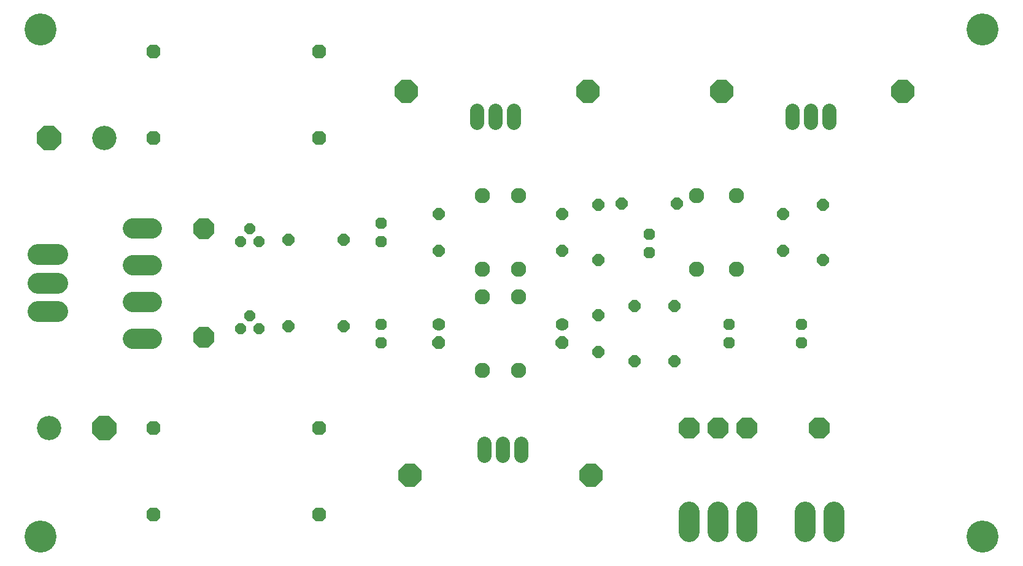
<source format=gbr>
G75*
%MOIN*%
%OFA0B0*%
%FSLAX25Y25*%
%IPPOS*%
%LPD*%
%AMOC8*
5,1,8,0,0,1.08239X$1,22.5*
%
%ADD10OC8,0.11500*%
%ADD11C,0.11100*%
%ADD12OC8,0.13200*%
%ADD13C,0.13200*%
%ADD14OC8,0.06400*%
%ADD15OC8,0.07000*%
%ADD16C,0.07000*%
%ADD17C,0.08280*%
%ADD18C,0.07600*%
%ADD19OC8,0.12611*%
%ADD20OC8,0.06240*%
%ADD21OC8,0.05800*%
%ADD22OC8,0.07600*%
%ADD23C,0.11493*%
%ADD24C,0.17398*%
D10*
X0140548Y0135390D03*
X0140548Y0194445D03*
X0404327Y0086177D03*
X0420075Y0086177D03*
X0435823Y0086177D03*
X0475194Y0086177D03*
D11*
X0112233Y0134917D02*
X0101933Y0134917D01*
X0101933Y0154917D02*
X0112233Y0154917D01*
X0112233Y0174917D02*
X0101933Y0174917D01*
X0101933Y0194917D02*
X0112233Y0194917D01*
D12*
X0056650Y0243657D03*
X0086650Y0086177D03*
D13*
X0056650Y0086177D03*
X0086650Y0243657D03*
D14*
X0186572Y0188539D03*
X0216572Y0188539D03*
X0268501Y0182476D03*
X0268501Y0202476D03*
X0335430Y0202476D03*
X0355115Y0207476D03*
X0367674Y0208224D03*
X0397674Y0208224D03*
X0355115Y0177476D03*
X0335430Y0182476D03*
X0374800Y0152358D03*
X0355115Y0147358D03*
X0355115Y0127358D03*
X0374800Y0122358D03*
X0396453Y0122358D03*
X0396453Y0152358D03*
X0455509Y0182476D03*
X0477162Y0177476D03*
X0455509Y0202476D03*
X0477162Y0207476D03*
X0216572Y0141295D03*
X0186572Y0141295D03*
D15*
X0268501Y0132358D03*
X0335430Y0132358D03*
D16*
X0335430Y0142358D03*
X0268501Y0142358D03*
D17*
X0292123Y0157358D03*
X0311808Y0157358D03*
X0311808Y0172476D03*
X0292123Y0172476D03*
X0292123Y0212476D03*
X0311808Y0212476D03*
X0408264Y0212476D03*
X0429918Y0212476D03*
X0429918Y0172476D03*
X0408264Y0172476D03*
X0311808Y0117358D03*
X0292123Y0117358D03*
D18*
X0292871Y0077766D02*
X0292871Y0070966D01*
X0302871Y0070966D02*
X0302871Y0077766D01*
X0312871Y0077766D02*
X0312871Y0070966D01*
X0309091Y0252069D02*
X0309091Y0258869D01*
X0299091Y0258869D02*
X0299091Y0252069D01*
X0289091Y0252069D02*
X0289091Y0258869D01*
X0460351Y0258869D02*
X0460351Y0252069D01*
X0470351Y0252069D02*
X0470351Y0258869D01*
X0480351Y0258869D02*
X0480351Y0252069D01*
D19*
X0520469Y0269248D03*
X0422044Y0269248D03*
X0349209Y0269248D03*
X0250784Y0269248D03*
X0252753Y0060587D03*
X0351178Y0060587D03*
D20*
X0425981Y0132358D03*
X0425981Y0142358D03*
X0465351Y0142358D03*
X0465351Y0132358D03*
X0382674Y0181571D03*
X0382674Y0191571D03*
X0237005Y0187476D03*
X0237005Y0197476D03*
X0237005Y0142358D03*
X0237005Y0132358D03*
D21*
X0170745Y0140114D03*
X0160745Y0140114D03*
X0165745Y0147220D03*
X0170745Y0187358D03*
X0160745Y0187358D03*
X0165745Y0194465D03*
D22*
X0203264Y0243657D03*
X0203264Y0290902D03*
X0113264Y0290902D03*
X0113264Y0243657D03*
X0113264Y0086177D03*
X0113264Y0038933D03*
X0203264Y0038933D03*
X0203264Y0086177D03*
D23*
X0061249Y0149327D02*
X0050556Y0149327D01*
X0050556Y0164917D02*
X0061249Y0164917D01*
X0061249Y0180508D02*
X0050556Y0180508D01*
X0404485Y0040343D02*
X0404485Y0029650D01*
X0420075Y0029650D02*
X0420075Y0040343D01*
X0435666Y0040343D02*
X0435666Y0029650D01*
X0467398Y0029650D02*
X0467398Y0040343D01*
X0482989Y0040343D02*
X0482989Y0029650D01*
D24*
X0051965Y0027122D03*
X0051965Y0302713D03*
X0563776Y0302713D03*
X0563776Y0027122D03*
M02*

</source>
